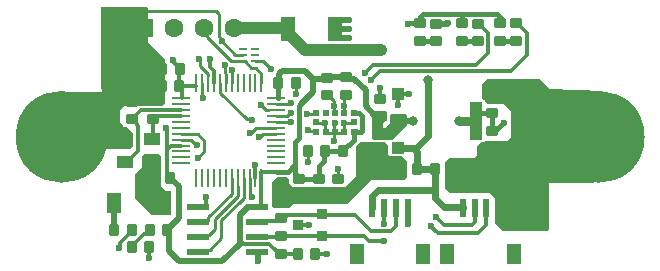
<source format=gbr>
%TF.GenerationSoftware,Altium Limited,Altium Designer,24.1.2 (44)*%
G04 Layer_Physical_Order=1*
G04 Layer_Color=255*
%FSLAX45Y45*%
%MOMM*%
%TF.SameCoordinates,480B7A5E-9FD5-4732-A4F6-FD879BEA9CF3*%
%TF.FilePolarity,Positive*%
%TF.FileFunction,Copper,L1,Top,Signal*%
%TF.Part,Single*%
G01*
G75*
%TA.AperFunction,Conductor*%
%ADD10C,0.25400*%
%TA.AperFunction,SMDPad,CuDef*%
%ADD11C,0.45000*%
%TA.AperFunction,BGAPad,CuDef*%
%ADD12R,0.50000X0.50000*%
%TA.AperFunction,SMDPad,CuDef*%
%ADD13R,0.65000X0.25000*%
%ADD14R,1.27000X2.10000*%
%ADD15R,1.20000X1.70000*%
G04:AMPARAMS|DCode=16|XSize=0.8mm|YSize=1mm|CornerRadius=0.1mm|HoleSize=0mm|Usage=FLASHONLY|Rotation=270.000|XOffset=0mm|YOffset=0mm|HoleType=Round|Shape=RoundedRectangle|*
%AMROUNDEDRECTD16*
21,1,0.80000,0.80000,0,0,270.0*
21,1,0.60000,1.00000,0,0,270.0*
1,1,0.20000,-0.40000,-0.30000*
1,1,0.20000,-0.40000,0.30000*
1,1,0.20000,0.40000,0.30000*
1,1,0.20000,0.40000,-0.30000*
%
%ADD16ROUNDEDRECTD16*%
G04:AMPARAMS|DCode=17|XSize=0.8mm|YSize=1mm|CornerRadius=0.1mm|HoleSize=0mm|Usage=FLASHONLY|Rotation=180.000|XOffset=0mm|YOffset=0mm|HoleType=Round|Shape=RoundedRectangle|*
%AMROUNDEDRECTD17*
21,1,0.80000,0.80000,0,0,180.0*
21,1,0.60000,1.00000,0,0,180.0*
1,1,0.20000,-0.30000,0.40000*
1,1,0.20000,0.30000,0.40000*
1,1,0.20000,0.30000,-0.40000*
1,1,0.20000,-0.30000,-0.40000*
%
%ADD17ROUNDEDRECTD17*%
%ADD18R,0.60000X1.55000*%
%ADD19R,1.20000X1.80000*%
%ADD20O,1.55000X0.25000*%
%ADD21O,0.25000X1.55000*%
%ADD22R,1.10000X1.00000*%
%ADD23R,1.10000X3.18213*%
%ADD24R,1.98000X0.53000*%
%ADD25R,0.84000X0.84000*%
%ADD26R,0.84000X0.90000*%
G04:AMPARAMS|DCode=27|XSize=1.3mm|YSize=1.1mm|CornerRadius=0.055mm|HoleSize=0mm|Usage=FLASHONLY|Rotation=0.000|XOffset=0mm|YOffset=0mm|HoleType=Round|Shape=RoundedRectangle|*
%AMROUNDEDRECTD27*
21,1,1.30000,0.99000,0,0,0.0*
21,1,1.19000,1.10000,0,0,0.0*
1,1,0.11000,0.59500,-0.49500*
1,1,0.11000,-0.59500,-0.49500*
1,1,0.11000,-0.59500,0.49500*
1,1,0.11000,0.59500,0.49500*
%
%ADD27ROUNDEDRECTD27*%
%TA.AperFunction,ConnectorPad*%
G04:AMPARAMS|DCode=28|XSize=0.8mm|YSize=1mm|CornerRadius=0.1mm|HoleSize=0mm|Usage=FLASHONLY|Rotation=90.000|XOffset=0mm|YOffset=0mm|HoleType=Round|Shape=RoundedRectangle|*
%AMROUNDEDRECTD28*
21,1,0.80000,0.80000,0,0,90.0*
21,1,0.60000,1.00000,0,0,90.0*
1,1,0.20000,0.40000,0.30000*
1,1,0.20000,0.40000,-0.30000*
1,1,0.20000,-0.40000,-0.30000*
1,1,0.20000,-0.40000,0.30000*
%
%ADD28ROUNDEDRECTD28*%
%TA.AperFunction,Conductor*%
%ADD29C,0.25000*%
%ADD30C,0.38100*%
%ADD31C,0.30000*%
%ADD32C,1.00000*%
%ADD33C,0.50000*%
%ADD34C,0.60000*%
%ADD35C,0.75000*%
%TA.AperFunction,ViaPad*%
%ADD36C,5.00000*%
%TA.AperFunction,ComponentPad*%
%ADD37R,1.60000X1.60000*%
%ADD38C,1.60000*%
%TA.AperFunction,ViaPad*%
%ADD39C,0.60000*%
%ADD40C,0.80000*%
G36*
X8216900Y9258300D02*
Y8966200D01*
X8356600Y8826500D01*
Y8458200D01*
X8331200Y8432800D01*
X8013700D01*
X7975600Y8394700D01*
Y8293100D01*
X8001000Y8267700D01*
Y8255000D01*
X8039100D01*
X8089900Y8204200D01*
Y8089900D01*
X8064500Y8064500D01*
X7843716D01*
X7839332Y8048139D01*
X7820463Y8002585D01*
X7795809Y7959884D01*
X7765792Y7920765D01*
X7730927Y7885900D01*
X7691809Y7855884D01*
X7649108Y7831230D01*
X7603553Y7812361D01*
X7555926Y7799599D01*
X7507041Y7793163D01*
X7457734D01*
X7408848Y7799599D01*
X7361221Y7812361D01*
X7315667Y7831230D01*
X7272966Y7855884D01*
X7233847Y7885900D01*
X7198982Y7920765D01*
X7168966Y7959884D01*
X7144312Y8002585D01*
X7125443Y8048139D01*
X7112681Y8095766D01*
X7106245Y8144652D01*
Y8169305D01*
Y8193959D01*
X7112681Y8242845D01*
X7125443Y8290472D01*
X7144312Y8336026D01*
X7168966Y8378727D01*
X7198982Y8417845D01*
X7233847Y8452711D01*
X7272966Y8482727D01*
X7315667Y8507381D01*
X7361221Y8526250D01*
X7408848Y8539011D01*
X7457734Y8545447D01*
X7469972D01*
X7470417Y8546369D01*
X7548847Y8552065D01*
X7639768Y8551418D01*
X7819993Y8552065D01*
X7814243Y8605733D01*
X7818073Y9271000D01*
X8204200D01*
X8216900Y9258300D01*
D02*
G37*
G36*
X9989800Y8213100D02*
X9981800D01*
Y8188100D01*
X9931800D01*
Y8238100D01*
X9989800D01*
Y8213100D01*
D02*
G37*
G36*
X10238300Y8377600D02*
Y8310100D01*
X10228300Y8300100D01*
X10218300D01*
X10198300Y8277600D01*
Y8255100D01*
X10213300Y8240100D01*
X10220799D01*
X10265800Y8285100D01*
Y8357600D01*
X10273300Y8365100D01*
X10388300D01*
X10403300Y8350100D01*
Y8260100D01*
X10383300Y8240100D01*
X10289299Y8146100D01*
X10253800D01*
Y8142600D01*
X10136781D01*
X10134773D01*
X10132803Y8142992D01*
X10125408D01*
X10113300Y8155100D01*
Y8375100D01*
X10128300Y8390100D01*
X10225800D01*
X10238300Y8377600D01*
D02*
G37*
G36*
X11607367Y8572130D02*
X11843420Y8566937D01*
X12062800Y8555100D01*
X12075305Y8542595D01*
X12102526Y8539011D01*
X12150153Y8526250D01*
X12195708Y8507381D01*
X12238409Y8482727D01*
X12277527Y8452711D01*
X12312392Y8417845D01*
X12342409Y8378727D01*
X12367063Y8336026D01*
X12385932Y8290472D01*
X12398693Y8242845D01*
X12402277Y8215623D01*
X12410800Y8207100D01*
X12404260Y8200560D01*
X12405129Y8193959D01*
Y8169305D01*
Y8144652D01*
X12398693Y8095766D01*
X12385932Y8048139D01*
X12367063Y8002585D01*
X12342409Y7959884D01*
X12312392Y7920765D01*
X12277527Y7885900D01*
X12238409Y7855884D01*
X12195708Y7831230D01*
X12150153Y7812361D01*
X12102526Y7799599D01*
X12053641Y7793163D01*
X12004334D01*
X11997732Y7794032D01*
X11980433Y7776733D01*
X11605800D01*
Y7382600D01*
X11590800Y7367600D01*
X11223300D01*
X11148300Y7442600D01*
Y7652600D01*
X11108300Y7692600D01*
X10770800D01*
X10725800Y7737600D01*
X10725800Y7952600D01*
X10765800Y7992600D01*
X10975800D01*
X10998300Y8015100D01*
Y8087600D01*
X11036693Y8125993D01*
X11062800D01*
Y8130100D01*
X11255800D01*
X11288300Y8162600D01*
Y8385100D01*
X11228300Y8445100D01*
X11093300D01*
X11062800Y8475600D01*
Y8484206D01*
X11054194D01*
X11043300Y8495100D01*
Y8612600D01*
X11088300Y8657600D01*
X11528300D01*
X11607367Y8572130D01*
D02*
G37*
G36*
X10132803Y8122600D02*
X10134773Y8122208D01*
X10216192D01*
X10243300Y8095100D01*
Y8022600D01*
X10253800Y8012100D01*
Y8006100D01*
X10259800D01*
X10263300Y8002600D01*
X10360800D01*
X10403300Y7960100D01*
Y7830100D01*
X10378300Y7805100D01*
X10105800D01*
X9900800Y7600100D01*
X9443300D01*
X9408300Y7565100D01*
X9278300D01*
X9265800Y7577600D01*
Y7790100D01*
X9308300Y7832600D01*
X9385800D01*
X9405800Y7815100D01*
Y7780100D01*
X9440800Y7745100D01*
X9878300D01*
X9973300Y7840100D01*
Y8084243D01*
X10011657Y8122600D01*
X10130794D01*
X10132803D01*
D02*
G37*
G36*
X8325800Y8005100D02*
Y7746000D01*
X8364200Y7707600D01*
X8408300D01*
Y7507600D01*
X8245800D01*
X8103300Y7650100D01*
Y7852600D01*
X8165800Y7915100D01*
Y8010100D01*
X8180800Y8025100D01*
X8305800D01*
X8325800Y8005100D01*
D02*
G37*
D10*
X12405129Y8169305D02*
G03*
X12405129Y8169305I-376142J0D01*
G01*
X7858529D02*
G03*
X7858529Y8169305I-376142J0D01*
G01*
X9883100Y8278917D02*
Y8285537D01*
X9873300Y8207600D02*
Y8285100D01*
X9883100Y8285537D02*
X9886662Y8289100D01*
X9792050Y8206350D02*
Y8283850D01*
X9709550Y8206350D02*
Y8283850D01*
X9790800Y8205100D02*
X9870800D01*
X9710800D02*
X9790800D01*
X9709550Y8206350D02*
X9710800Y8205100D01*
X9630800Y8285100D02*
X9708300D01*
X8865760Y8709063D02*
X8868500Y8706322D01*
Y8705240D02*
Y8706322D01*
X8873100Y8622800D02*
Y8700640D01*
X8923500Y8726178D02*
X8928459Y8731138D01*
X8868500Y8705240D02*
X8873100Y8700640D01*
X8865760Y8709063D02*
Y8773962D01*
X8862559Y8777163D02*
X8865760Y8773962D01*
X8923500Y8622800D02*
Y8726178D01*
X8648700Y8826500D02*
X8655320Y8819880D01*
Y8769502D02*
Y8819880D01*
Y8769502D02*
X8723100Y8701722D01*
X9189951Y8814600D02*
X9258948Y8745603D01*
Y8744760D02*
Y8745603D01*
X9115300Y8814600D02*
X9189951D01*
X8686800Y9093200D02*
X8712555Y9067445D01*
Y9016645D02*
Y9067445D01*
Y9016645D02*
X8914600Y8814600D01*
X9020300D01*
X8923300Y8622600D02*
X8923500Y8622800D01*
X8873100D02*
X8873300Y8622600D01*
X8723100Y8687400D02*
Y8701722D01*
X9039900Y8814600D02*
X9040100Y8814400D01*
Y8798556D02*
X9088517Y8750139D01*
X9124683D01*
X9040100Y8798556D02*
Y8814400D01*
X9020300Y8814600D02*
X9039900D01*
X9173100Y8622800D02*
Y8701722D01*
X9124683Y8750139D02*
X9173100Y8701722D01*
Y8622800D02*
X9173300Y8622600D01*
X8673500Y8497400D02*
X8675800Y8495100D01*
X8673500Y8497400D02*
Y8622400D01*
X8673300Y8622600D02*
X8673500Y8622400D01*
X9629550Y8363850D02*
X9630800Y8365100D01*
X9562350Y8362600D02*
X9563600Y8363850D01*
X9629550D01*
X9300800Y8345100D02*
X9301000Y8345300D01*
X9300800Y8295100D02*
X9301000Y8294900D01*
X9568300Y8225100D02*
X9577663D01*
X9618500Y8217400D02*
X9630800Y8205100D01*
X9577663Y8225100D02*
X9585363Y8217400D01*
X9618500D01*
X9567050Y7958850D02*
Y8043850D01*
Y7958850D02*
X9568300Y7957600D01*
X9565800Y8045100D02*
X9567050Y8043850D01*
X9872050Y8431350D02*
X9873300Y8432600D01*
X9784180Y8439220D02*
X9790800Y8432600D01*
X9748300Y8512600D02*
X9768100Y8492800D01*
X9784180Y8439220D02*
Y8469221D01*
X9768100Y8485300D02*
X9784180Y8469221D01*
X9740800Y8512600D02*
X9748300D01*
X9768100Y8485300D02*
Y8492800D01*
X9790800Y8365100D02*
Y8432600D01*
X9873300Y8495300D02*
X9890600Y8512600D01*
X9873300Y8432600D02*
Y8495300D01*
X9792050Y8283850D02*
X9793300Y8285100D01*
X9790800Y8205100D02*
X9792050Y8206350D01*
X9870800Y8205100D02*
X9873300Y8207600D01*
X9790800Y8130100D02*
Y8205100D01*
X9708300Y8285100D02*
X9709550Y8283850D01*
X9387446Y8345300D02*
X9414746Y8372600D01*
X9424109D01*
X9301000Y8294900D02*
X9421950D01*
X9424250Y8292600D01*
X9301000Y8345300D02*
X9387446D01*
X9409832Y8445300D02*
X9418170Y8453638D01*
X9300800Y8445100D02*
X9301000Y8445300D01*
X9418170Y8453638D02*
X9427533D01*
X9301000Y8445300D02*
X9409832D01*
X9168300Y8442600D02*
X9215600Y8395300D01*
X9236000D01*
X9465800Y8622600D02*
X9467131Y8621269D01*
Y8528740D02*
X9468462Y8527409D01*
X9467131Y8528740D02*
Y8621269D01*
X9890600Y8512600D02*
X9895800D01*
X9872050Y8366350D02*
Y8431350D01*
X9870800Y8365100D02*
X9872050Y8366350D01*
X8725600Y7464900D02*
Y7491063D01*
X8712385Y7451685D02*
X8725600Y7464900D01*
X9000600Y7627253D02*
Y7627902D01*
X8835527Y7462181D02*
X9000600Y7627253D01*
X8734378Y7210900D02*
X8835527Y7312049D01*
X8639300Y7197100D02*
X8653100Y7210900D01*
X8835527Y7312049D02*
Y7462181D01*
X8653100Y7210900D02*
X8734378D01*
X8729725Y7337900D02*
X8780800Y7388974D01*
X8639300Y7324100D02*
X8653100Y7337900D01*
X8729725D01*
X8780800Y7388974D02*
Y7472308D01*
X8725600Y7491063D02*
X8923300Y7688763D01*
X9023300Y7752815D02*
Y7817600D01*
X8780800Y7472308D02*
X8973300Y7664808D01*
X8923300Y7688763D02*
Y7817600D01*
X9023285Y7650588D02*
Y7752800D01*
X8973300Y7664808D02*
Y7752600D01*
X9000600Y7627902D02*
X9023285Y7650588D01*
Y7752800D02*
X9023300Y7752815D01*
X9073300Y7694463D02*
X9095800Y7671963D01*
Y7662600D02*
Y7671963D01*
X9073300Y7694463D02*
Y7817600D01*
X8823300Y8622600D02*
X8823500Y8622400D01*
X9154962Y8167600D02*
X9157700D01*
X9185200Y8195100D02*
X9300800D01*
X9157700Y8167600D02*
X9185200Y8195100D01*
X9082108Y8197600D02*
X9129608Y8245100D01*
X9080800Y8197600D02*
X9082108D01*
X9129608Y8245100D02*
X9300800D01*
X9050257Y8316720D02*
X9086680D01*
X9093300Y8310100D01*
X8823500Y8543478D02*
X9050257Y8316720D01*
X8823500Y8543478D02*
Y8622400D01*
X9823912Y7816988D02*
X9825800Y7815100D01*
X9823912Y7816988D02*
Y7900122D01*
X8574922Y8144900D02*
X8617222Y8102600D01*
X8495800Y8145100D02*
X8496000Y8144900D01*
X8617222Y8102600D02*
X8625800D01*
X8496000Y8144900D02*
X8574922D01*
X8633300Y8195100D02*
X8690800Y8137600D01*
X8495800Y8195100D02*
X8633300D01*
X8690800Y8047600D02*
Y8137600D01*
X8635800Y7992600D02*
X8690800Y8047600D01*
D11*
X9956800Y8213100D02*
D03*
D12*
Y8293100D02*
D03*
X9636800D02*
D03*
X9956800Y8373100D02*
D03*
X9876800D02*
D03*
X9796800D02*
D03*
X9716800D02*
D03*
X9636800D02*
D03*
Y8213100D02*
D03*
X9716800D02*
D03*
X9796800D02*
D03*
X9876800D02*
D03*
D13*
X9020300Y8914600D02*
D03*
Y8864600D02*
D03*
Y8814600D02*
D03*
X9115300D02*
D03*
Y8864600D02*
D03*
Y8914600D02*
D03*
D14*
X9402700Y9080500D02*
D03*
X9799700D02*
D03*
D15*
X7928300Y7610100D02*
D03*
X8348300D02*
D03*
D16*
X8075800Y8317600D02*
D03*
Y8467600D02*
D03*
X8255800Y8320100D02*
D03*
Y8470100D02*
D03*
X11128300Y8367600D02*
D03*
Y8517600D02*
D03*
Y8217600D02*
D03*
Y8067600D02*
D03*
X9493300Y7815100D02*
D03*
Y7665100D02*
D03*
X9658300Y7815100D02*
D03*
Y7665100D02*
D03*
X10178300Y8187600D02*
D03*
Y8037600D02*
D03*
X10178300Y8340100D02*
D03*
Y8490100D02*
D03*
X10515600Y8978900D02*
D03*
Y9128900D02*
D03*
X10875600Y8978900D02*
D03*
Y9128900D02*
D03*
X9893300Y8522600D02*
D03*
Y8672600D02*
D03*
X9730800Y8520100D02*
D03*
Y8670100D02*
D03*
X9825800Y7815100D02*
D03*
Y7665100D02*
D03*
X9338300Y7175100D02*
D03*
Y7325100D02*
D03*
Y7627600D02*
D03*
Y7477600D02*
D03*
X10648100Y8976400D02*
D03*
Y9126400D02*
D03*
X11005600Y8976400D02*
D03*
Y9126400D02*
D03*
X11330600Y8978900D02*
D03*
Y9128900D02*
D03*
D17*
X8075800Y7235100D02*
D03*
X8225800D02*
D03*
X10643300Y7892600D02*
D03*
X10793300D02*
D03*
X10490800D02*
D03*
X10340801D02*
D03*
X9480800Y7177600D02*
D03*
X9630800D02*
D03*
X8478300Y8597600D02*
D03*
X8328300D02*
D03*
X9315800Y8622600D02*
D03*
X9465800D02*
D03*
X8403300Y7820100D02*
D03*
X8253300D02*
D03*
X8480800Y8742600D02*
D03*
X8330800D02*
D03*
X9868300Y8045100D02*
D03*
X10018299D02*
D03*
X9715800D02*
D03*
X9565800D02*
D03*
X8228300Y7380100D02*
D03*
X8378300D02*
D03*
X8075800Y7380100D02*
D03*
X7925800D02*
D03*
D18*
X10410800Y7565100D02*
D03*
X10310800D02*
D03*
X10210800D02*
D03*
X10110800D02*
D03*
X11178300D02*
D03*
X11078300D02*
D03*
X10978300D02*
D03*
X10878300D02*
D03*
D19*
X9980800Y7177600D02*
D03*
X10540800D02*
D03*
X10748300D02*
D03*
X11308300D02*
D03*
D20*
X8495800Y8495100D02*
D03*
Y8445100D02*
D03*
Y8395100D02*
D03*
Y8345100D02*
D03*
Y8295100D02*
D03*
Y8245100D02*
D03*
Y8195100D02*
D03*
Y8145100D02*
D03*
Y8095100D02*
D03*
Y8045100D02*
D03*
Y7995100D02*
D03*
Y7945100D02*
D03*
X9300800D02*
D03*
Y7995100D02*
D03*
Y8045100D02*
D03*
Y8095100D02*
D03*
Y8145100D02*
D03*
Y8195100D02*
D03*
Y8245100D02*
D03*
Y8295100D02*
D03*
Y8345100D02*
D03*
Y8395100D02*
D03*
Y8445100D02*
D03*
Y8495100D02*
D03*
D21*
X8623300Y7817600D02*
D03*
X8673300D02*
D03*
X8723300D02*
D03*
X8773300D02*
D03*
X8823300D02*
D03*
X8873300D02*
D03*
X8923300D02*
D03*
X8973300D02*
D03*
X9023300D02*
D03*
X9073300D02*
D03*
X9123300D02*
D03*
X9173300D02*
D03*
Y8622600D02*
D03*
X9123300D02*
D03*
X9073300D02*
D03*
X9023300D02*
D03*
X8973300D02*
D03*
X8923300D02*
D03*
X8873300D02*
D03*
X8823300D02*
D03*
X8773300D02*
D03*
X8723300D02*
D03*
X8673300D02*
D03*
X8623300D02*
D03*
D22*
X10328800Y8534100D02*
D03*
X10328800Y8305100D02*
D03*
Y8076100D02*
D03*
D23*
X10987800Y8305100D02*
D03*
D24*
X8639300Y7578100D02*
D03*
Y7451100D02*
D03*
Y7324100D02*
D03*
Y7197100D02*
D03*
X9132300D02*
D03*
Y7324100D02*
D03*
Y7451100D02*
D03*
Y7578100D02*
D03*
D25*
X9685840Y7325934D02*
D03*
X9485840Y7419934D02*
D03*
D26*
X9685840Y7513934D02*
D03*
D27*
X8015800Y8147599D02*
D03*
Y7957599D02*
D03*
X8245800Y8147599D02*
D03*
Y7957599D02*
D03*
D28*
X11195500Y9128700D02*
D03*
Y8978700D02*
D03*
D29*
X9886662Y8289100D02*
X9952800D01*
X9877300D02*
X9886662D01*
X9952800D02*
X9956800Y8293100D01*
X9873300Y8285100D02*
X9877300Y8289100D01*
X8839616Y8980779D02*
Y8987108D01*
Y8978484D02*
Y8980779D01*
X8813800Y9012923D02*
X8839616Y8987108D01*
X8813800Y9012923D02*
Y9207500D01*
X8178800Y9232900D02*
X8788400D01*
X8813800Y9207500D01*
X8839616Y8978484D02*
X8953500Y8864600D01*
X9020300D01*
D30*
X10025406Y8215606D02*
Y8344832D01*
X9962750Y8367150D02*
X10003088D01*
X9956800Y8373100D02*
X9962750Y8367150D01*
X10003088D02*
X10025406Y8344832D01*
X10020850Y8211050D02*
X10025406Y8215606D01*
X9960750Y8211050D02*
X10020850D01*
X10178300Y8187600D02*
X10199250Y8208550D01*
X10225643D01*
X10178300Y8187600D02*
Y8340100D01*
X10178300Y8340100D01*
X9315800Y8622600D02*
X9326432Y8633232D01*
X9315800Y8501650D02*
Y8622600D01*
X9658300Y7815100D02*
Y7920100D01*
X9700800Y7962600D01*
Y8030100D02*
X9715800Y8045100D01*
X9700800Y7962600D02*
Y8030100D01*
X9715800Y8045100D02*
X9868300D01*
Y8055100D01*
X9954410Y8141210D01*
X10515600Y8978900D02*
X10516850Y8977650D01*
X10646850D02*
X10648100Y8976400D01*
X10516850Y8977650D02*
X10646850D01*
X11004350Y8977650D02*
X11005600Y8976400D01*
X10875600Y8978900D02*
X10876850Y8977650D01*
X11004350D01*
X11200600Y8978900D02*
X11330600D01*
X11200600Y9128900D02*
X11203100Y9131400D01*
X11200600Y9133900D02*
Y9179081D01*
X11170781Y9208900D02*
X11200600Y9179081D01*
X10515600Y9186582D02*
X10537918Y9208900D01*
X10515600Y9128900D02*
Y9186582D01*
X11017089Y8367600D02*
X11128300D01*
X10987800Y8305100D02*
Y8338310D01*
X11017089Y8367600D01*
X11128300Y8217600D02*
Y8367600D01*
X9493300Y8155100D02*
Y8432600D01*
X9461923Y7858369D02*
X9462350Y7857942D01*
X9461923Y8123723D02*
X9493300Y8155100D01*
X9462350Y7836050D02*
X9483300Y7815100D01*
X9462350Y7836050D02*
Y7857942D01*
X9483300Y7815100D02*
X9493300D01*
X9658300D01*
X9461923Y7936223D02*
Y8123723D01*
X9400800Y7875100D02*
X9461923Y7936223D01*
X9303300Y7875100D02*
X9400800D01*
X9461923Y7858369D02*
Y7936223D01*
X9954800Y8205100D02*
X9960750Y8211050D01*
X9326432Y8633232D02*
Y8666982D01*
X9493300Y8432600D02*
X9511666Y8450966D01*
X10413100Y9128900D02*
X10515600D01*
X11170850Y8238550D02*
X11219900Y8287600D01*
X11225800D01*
X11149250Y8238550D02*
X11170850D01*
X11128300Y8217600D02*
X11149250Y8238550D01*
X10408100Y9123900D02*
X10410600Y9126400D01*
X10413100Y9128900D01*
X9954410Y8141210D02*
Y8205100D01*
X11200600Y9133900D02*
X11203100Y9131400D01*
X10875600Y9128900D02*
Y9206400D01*
X10878100Y9208900D01*
X10537918D02*
X10875600D01*
X11170781D01*
D31*
X10329152Y8534452D02*
X10330800Y8532803D01*
X7910800Y8142601D02*
X8020800D01*
X8429325Y8804075D02*
X8480800Y8752600D01*
X8423584Y8820790D02*
X8429325Y8815050D01*
Y8804075D02*
Y8815050D01*
X8480800Y8742600D02*
Y8752600D01*
X8773300Y8622600D02*
Y8727300D01*
X8736421Y8764179D02*
Y8827803D01*
Y8764179D02*
X8773300Y8727300D01*
X10053300Y8712600D02*
X10116400Y8775700D01*
X10993700D02*
X11093900Y8875900D01*
X10116400Y8775700D02*
X10993700D01*
X10180600Y8724900D02*
X11290300D01*
X10103300Y8647600D02*
X10180600Y8724900D01*
X11290300D02*
X11425600Y8860200D01*
Y9043900D01*
X11093900Y8875900D02*
Y9048100D01*
X11015600Y9126400D02*
X11093900Y9048100D01*
X9695524Y7504250D02*
X9966650D01*
X10103300Y7367600D01*
X9685840Y7513934D02*
X9695524Y7504250D01*
X9390874Y7505365D02*
X9685840D01*
X9486173Y7420267D02*
X9579267D01*
X9579600Y7420600D01*
X9485840Y7419934D02*
X9486173Y7420267D01*
X9388109Y7502600D02*
X9390874Y7505365D01*
X9339078Y7476821D02*
X9364857Y7502600D01*
X9388109D01*
X9518000Y7326100D02*
X10044800D01*
X9517500Y7325600D02*
X9518000Y7326100D01*
X9338800Y7325600D02*
X9517500D01*
X9337800Y7324600D02*
X9338300Y7325100D01*
X8075800Y7245100D02*
X8175800Y7345100D01*
X8203300D01*
X8075800Y7235100D02*
Y7245100D01*
X8203300Y7345100D02*
X8228300Y7370100D01*
Y7380100D01*
X7970800Y7227600D02*
X7976540Y7233340D01*
Y7270840D02*
X8075800Y7370100D01*
X7976540Y7233340D02*
Y7270840D01*
X8075800Y7370100D02*
Y7380100D01*
X8255800Y8320100D02*
X8280800Y8345100D01*
X8495800D01*
X8110800Y8342600D02*
Y8352600D01*
X8153300Y8395100D01*
X8495800D01*
X8085800Y8317600D02*
X8110800Y8342600D01*
X8085800Y8317600D02*
X8110800Y8292600D01*
X8075800Y8317600D02*
X8085800D01*
X8110800Y8282600D02*
X8130800Y8262600D01*
X8110800Y8282600D02*
Y8292600D01*
X8070802Y7992601D02*
X8130800Y8052599D01*
X8020800Y7952601D02*
X8060800Y7992601D01*
X8130800Y8052599D02*
Y8262600D01*
X8060800Y7992601D02*
X8070802D01*
X8410873Y8095100D02*
X8495800D01*
X8250800Y8142601D02*
X8255800Y8147600D01*
Y8320100D01*
X8479550Y8741350D02*
X8480800Y8742600D01*
X8479550Y8598850D02*
Y8741350D01*
X8478300Y8597600D02*
X8479550Y8598850D01*
X8478300Y8597600D02*
X8620800D01*
X8478300D02*
X8497877Y8578023D01*
Y8497600D02*
Y8578023D01*
X9132300Y7324100D02*
X9132800Y7324600D01*
X9337800D01*
X9317695Y7456995D02*
X9348300Y7487600D01*
X9132300Y7451100D02*
X9138195Y7456995D01*
X9317695D01*
X10044800Y7326100D02*
X10085800Y7285100D01*
X10210800D02*
X10213300Y7287600D01*
X10085800Y7285100D02*
X10210800D01*
X10103300Y7367600D02*
X10268300D01*
X10310800Y7410100D01*
Y7565100D01*
X10210800Y7432600D02*
Y7565100D01*
X9338300Y7175100D02*
X9339550Y7176350D01*
X9479550D02*
X9480800Y7177600D01*
X9339550Y7176350D02*
X9479550D01*
X9266300Y7237100D02*
Y7238097D01*
Y7237100D02*
X9328300Y7175100D01*
X9338300D01*
X11005600Y9126400D02*
X11015600D01*
X11340600Y9128900D02*
X11425600Y9043900D01*
X11330600Y9128900D02*
X11340600D01*
X9727050Y7178850D02*
X9728300Y7180100D01*
X9630800Y7177600D02*
X9632050Y7178850D01*
X9727050D01*
X9123300Y7817600D02*
Y7930100D01*
X10329152Y8534452D02*
X10425375D01*
X10178300Y8490100D02*
X10179497Y8491296D01*
Y8581787D02*
X10180693Y8582984D01*
X10179497Y8491296D02*
Y8581787D01*
X10978300Y7445100D02*
Y7565100D01*
X11078300Y7425100D02*
Y7565100D01*
X10955800Y7422600D02*
X10978300Y7445100D01*
X11005800Y7352600D02*
X11078300Y7425100D01*
X10665800Y7352600D02*
X11005800D01*
X10613300Y7405100D02*
X10665800Y7352600D01*
X9173300Y7589600D02*
Y7817600D01*
X9161800Y7578100D02*
X9173300Y7589600D01*
X9175800Y7875100D02*
X9303300D01*
X9173300Y7817600D02*
Y7872600D01*
X9175800Y7875100D01*
X9132300Y7578100D02*
X9161800D01*
X8698300Y7662600D02*
X8705800D01*
Y7591900D02*
Y7655100D01*
X8639300Y7578100D02*
X8692000D01*
X8705800Y7591900D01*
X8698300Y7662600D02*
X8705800Y7655100D01*
X10330800Y8442600D02*
Y8532803D01*
X10658300Y7480100D02*
X10715800Y7422600D01*
X10955800D01*
X10658300Y7480100D02*
Y7495100D01*
X9018802Y7262600D02*
X9241797D01*
X9266300Y7238097D01*
X8988551Y7292851D02*
X9018802Y7262600D01*
X8403300Y7822600D02*
Y7832600D01*
X8378300Y7857600D02*
X8403300Y7832600D01*
X8377894Y7875174D02*
X8378300Y7874768D01*
X8377894Y8062120D02*
X8410873Y8095100D01*
X8377894Y7875174D02*
Y8062120D01*
X8378300Y7857600D02*
Y7874768D01*
X8225800Y7145100D02*
Y7235100D01*
X8225800Y7235100D02*
X8225800Y7235100D01*
X8374040Y8223147D02*
X8377894Y8219293D01*
Y8062120D02*
Y8219293D01*
X8363300Y8236982D02*
X8374040Y8226242D01*
Y8223147D02*
Y8226242D01*
X8363300Y8236982D02*
Y8245100D01*
D32*
X9396350Y9045350D02*
X9539000Y8902700D01*
X9396350Y9045350D02*
Y9086850D01*
X9539000Y8902700D02*
X10185400D01*
X8940800Y9093200D02*
X8947150Y9086850D01*
X9396350D01*
D33*
X9799700Y9042800D02*
Y9080500D01*
Y9042800D02*
X9838200Y9004300D01*
X9918700D01*
X9799700Y9080500D02*
X9918700D01*
X9799700Y9118200D02*
X9838200Y9156700D01*
X9918700D01*
X9799700Y9080500D02*
Y9118200D01*
X10297192Y8280100D02*
X10303800D01*
X10328800Y8305100D01*
X10225643Y8208550D02*
X10297192Y8280100D01*
X9958300Y8662600D02*
X10058300Y8562600D01*
X9903300Y8662600D02*
X9958300D01*
X9893300Y8672600D02*
X9903300Y8662600D01*
X9730800Y8670100D02*
X9732050Y8671350D01*
X9892050D02*
X9893300Y8672600D01*
X9732050Y8671350D02*
X9892050D01*
X9715864Y8655165D02*
X9730800Y8670100D01*
X9540211Y8724896D02*
X9610403Y8654703D01*
X9350595Y8724896D02*
X9540211D01*
X9326432Y8700732D02*
X9350595Y8724896D01*
X9326432Y8666982D02*
Y8700732D01*
X9610864Y8550165D02*
Y8654703D01*
Y8655165D02*
X9715864D01*
X9511666Y8450966D02*
X9610864Y8550165D01*
X10058300Y8425935D02*
Y8562600D01*
Y8425935D02*
X10129135Y8355100D01*
X10163300D01*
X10178300Y8340100D01*
X10328800Y8305100D02*
X10460799D01*
X10649350Y9127650D02*
X10749350D01*
X10648100Y9126400D02*
X10649350Y9127650D01*
X10749350D02*
X10750600Y9128900D01*
X9059800Y7578100D02*
X9132300D01*
X8988300Y7506600D02*
X9059800Y7578100D01*
X8988300Y7265100D02*
Y7506600D01*
X8838300Y7115100D02*
X8988300Y7265100D01*
X8478300Y7115100D02*
X8838300D01*
X8418300Y7797600D02*
X8428300D01*
X8403300Y7812600D02*
X8418300Y7797600D01*
X8388300Y7205100D02*
X8478300Y7115100D01*
X8378300Y7380100D02*
X8388300Y7370100D01*
Y7205100D02*
Y7370100D01*
X8428300Y7797600D02*
X8474189Y7751711D01*
X8400016Y7405101D02*
X8474189Y7479273D01*
Y7751711D01*
X7927050Y7381350D02*
Y7608850D01*
X7925800Y7380100D02*
X7927050Y7381350D01*
Y7608850D02*
X7928300Y7610100D01*
X9140800Y7120100D02*
Y7195600D01*
X9132300Y7197100D02*
X9139300D01*
X9140800Y7195600D01*
X10410800Y7432600D02*
Y7565100D01*
X11183300Y7577600D02*
X11263300D01*
X11178300Y7565100D02*
Y7572600D01*
X11183300Y7577600D01*
X10794550Y7891350D02*
X10892050D01*
X10793300Y7892600D02*
X10794550Y7891350D01*
X10892050D02*
X10893300Y7890100D01*
X11229550Y8066350D02*
X11230800Y8065100D01*
X11128300Y8067600D02*
X11129549Y8066350D01*
X11229550D01*
X10178300Y7950100D02*
Y8037600D01*
X10249550Y7893850D02*
X10339550D01*
X10340801Y7892600D01*
X10248300Y7895100D02*
X10249550Y7893850D01*
X8403300Y7812600D02*
Y7820100D01*
Y7822600D01*
D34*
X10110800Y7671338D02*
X10159561Y7720100D01*
X10110800Y7565100D02*
Y7671338D01*
X10642984Y7892284D02*
X10643300Y7892600D01*
X10490800D02*
X10643300D01*
X10457300Y8076100D02*
X10490800Y8042600D01*
Y7892600D02*
Y8042600D01*
X10642984Y7720100D02*
Y7892284D01*
X10159561Y7720100D02*
X10642984D01*
X10878300Y7565100D02*
Y7575100D01*
X10642984Y7650234D02*
Y7720100D01*
X10718118Y7575100D02*
X10878300D01*
X10642984Y7650234D02*
X10718118Y7575100D01*
X10328800Y8076100D02*
X10457300D01*
X10484300D01*
X10588300Y8180100D01*
Y8647600D01*
D35*
X10845800Y8305100D02*
X10987800D01*
D36*
X11988800Y8181000D02*
D03*
X7475961Y8181039D02*
D03*
D37*
X8178800Y9093200D02*
D03*
D38*
X8432800D02*
D03*
X8686800D02*
D03*
X8940800D02*
D03*
D39*
X8423584Y8820790D02*
D03*
X8736421Y8827803D02*
D03*
X8862559Y8777163D02*
D03*
X8928459Y8731138D02*
D03*
X8648700Y8826500D02*
D03*
X10185400Y8902700D02*
D03*
X9258948Y8744760D02*
D03*
X8839616Y8980779D02*
D03*
X9918700Y9004300D02*
D03*
Y9080500D02*
D03*
Y9156700D02*
D03*
X9579600Y7420600D02*
D03*
X10210800Y7432600D02*
D03*
X10213300Y7287600D02*
D03*
X8155800Y7815100D02*
D03*
X10410800Y7432600D02*
D03*
X10025800Y7945100D02*
D03*
X9928300Y7700100D02*
D03*
X9335800Y7717600D02*
D03*
X10180693Y8582984D02*
D03*
X10425375Y8534452D02*
D03*
X10750600Y9128900D02*
D03*
X11228300Y8522600D02*
D03*
X11230800Y8065100D02*
D03*
X10893300Y7890100D02*
D03*
X11263300Y7577600D02*
D03*
X9728300Y7180100D02*
D03*
X8163300Y7677600D02*
D03*
X8190800Y7612600D02*
D03*
X9123300Y7930100D02*
D03*
X8675800Y8495100D02*
D03*
X9562350Y8362600D02*
D03*
X9568300Y8225100D02*
D03*
Y7957600D02*
D03*
X9790800Y8432600D02*
D03*
X9873300Y8285100D02*
D03*
X9708300D02*
D03*
X9790800Y8130100D02*
D03*
X9793300Y8285100D02*
D03*
X10003300Y7767600D02*
D03*
X10028300Y7852600D02*
D03*
X9424250Y8292600D02*
D03*
X9424109Y8372600D02*
D03*
X9427533Y8453638D02*
D03*
X9168300Y8442600D02*
D03*
X9468462Y8527409D02*
D03*
X9873300Y8432600D02*
D03*
X9095800Y7662600D02*
D03*
X8705800D02*
D03*
X10330800Y8442600D02*
D03*
X10178300Y7950100D02*
D03*
X10248300Y7895100D02*
D03*
X9338300Y7797600D02*
D03*
X10608300Y7410100D02*
D03*
X10655800Y7487600D02*
D03*
X9080800Y8197600D02*
D03*
X9578300Y7670100D02*
D03*
X9154962Y8167600D02*
D03*
X9093300Y8310100D02*
D03*
X9823912Y7900122D02*
D03*
X8225800Y7145100D02*
D03*
X8363300Y8245100D02*
D03*
X8625800Y8102600D02*
D03*
X8635800Y7992600D02*
D03*
X7970800Y7227600D02*
D03*
X10410600Y9126400D02*
D03*
X11225800Y8287600D02*
D03*
X9140800Y7120100D02*
D03*
X8240800Y8742600D02*
D03*
X8238300Y8600100D02*
D03*
X7968300Y8470100D02*
D03*
X7910800Y8142601D02*
D03*
X7565800Y7840100D02*
D03*
X7555800Y8462600D02*
D03*
X10053300Y8712600D02*
D03*
X10103300Y8647600D02*
D03*
D40*
X10588300D02*
D03*
X10460799Y8305100D02*
D03*
X10845800D02*
D03*
%TF.MD5,46f8180ce6c7b6ce2fc403edb2aacf34*%
M02*

</source>
